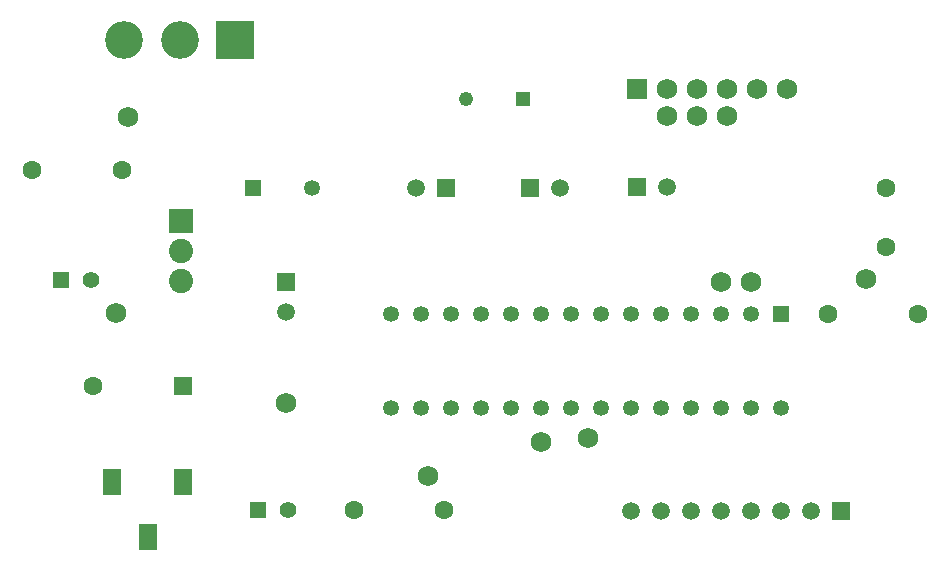
<source format=gts>
%FSLAX33Y33*%
%MOMM*%
%AMRect-W1400000-H1400000-RO1.000*
21,1,1.4,1.4,0.,0.,180*%
%AMRect-W2200000-H1600000-RO0.500*
21,1,2.2,1.6,0.,0.,270*%
%AMRect-W1230000-H1230000-RO1.000*
21,1,1.23,1.23,0.,0.,180*%
%AMRect-W1600000-H1600000-RO1.000*
21,1,1.6,1.6,0.,0.,180*%
%AMRect-W1750000-H1750000-RO1.500*
21,1,1.75,1.75,0.,0.,90*%
%AMRect-W3200000-H3200000-RO3.000*
21,1,3.2,3.2,0.,0.,-180*%
%AMRect-W1500000-H1500000-RO1.000*
21,1,1.5,1.5,0.,0.,180*%
%AMRect-W1500000-H1500000-RO0.500*
21,1,1.5,1.5,0.,0.,270*%
%AMRect-W1350000-H1350000-RO0.500*
21,1,1.35,1.35,0.,0.,270*%
%ADD10C,1.75*%
%ADD11C,1.6*%
%ADD12R,2.05X2.05*%
%ADD13C,2.05*%
%ADD14C,1.4*%
%ADD15Rect-W1400000-H1400000-RO1.000*%
%ADD16C,1.6*%
%ADD17C,1.6*%
%ADD18R,1.5X1.5*%
%ADD19C,1.5*%
%ADD20Rect-W2200000-H1600000-RO0.500*%
%ADD21C,1.23*%
%ADD22Rect-W1230000-H1230000-RO1.000*%
%ADD23Rect-W1600000-H1600000-RO1.000*%
%ADD24C,1.75*%
%ADD25Rect-W1750000-H1750000-RO1.500*%
%ADD26C,3.2*%
%ADD27Rect-W3200000-H3200000-RO3.000*%
%ADD28R,1.35X1.35*%
%ADD29C,1.35*%
%ADD30C,1.5*%
%ADD31Rect-W1500000-H1500000-RO1.000*%
%ADD32C,1.5*%
%ADD33Rect-W1500000-H1500000-RO0.500*%
%ADD34C,1.35*%
%ADD35Rect-W1350000-H1350000-RO0.500*%
D10*
%LNtop solder mask_traces*%
G01*
X58780Y38850D03*
X49600Y11575D03*
X10625Y38750D03*
X56240Y38850D03*
X63370Y24750D03*
X61320Y38850D03*
X60830Y24750D03*
X73100Y25000D03*
X9575Y22150D03*
X24000Y14525D03*
X45590Y11190D03*
X36000Y8325D03*
%LNtop solder mask component 6490513f982804b2*%
D11*
X74800Y27725D03*
X74800Y32725D03*
%LNtop solder mask component f480910f039b092f*%
D12*
X15100Y29965D03*
D13*
X15100Y27425D03*
X15100Y24885D03*
%LNtop solder mask component 11ce9e1fae5125d4*%
D14*
X24170Y5500D03*
D15*
X21630Y5500D03*
%LNtop solder mask component 6e5ab65975b1d4d0*%
D16*
X77460Y22044D03*
X69840Y22044D03*
%LNtop solder mask component bb6f99e9ce0ecad2*%
D17*
X2490Y34225D03*
X10110Y34225D03*
%LNtop solder mask component b08b925ae5f00e7d*%
D18*
X44630Y32775D03*
D19*
X47170Y32775D03*
%LNtop solder mask component 6b69e33c7ffc047c*%
D20*
X15275Y7850D03*
X9275Y7850D03*
X12275Y3150D03*
%LNtop solder mask component 82a621994e19bc83*%
D18*
X53705Y32825D03*
D19*
X56245Y32825D03*
%LNtop solder mask component b3c45411f0ca8f9b*%
D21*
X39210Y40275D03*
D22*
X44090Y40275D03*
%LNtop solder mask component 1ef9996777da8726*%
D14*
X7470Y24925D03*
D15*
X4930Y24925D03*
%LNtop solder mask component 6e01d915a41af154*%
D16*
X7640Y15950D03*
D23*
X15260Y15950D03*
%LNtop solder mask component a2182645b3e5b9fa*%
D24*
X56240Y41125D03*
X58780Y41125D03*
X61320Y41125D03*
X63860Y41125D03*
X66400Y41125D03*
D25*
X53700Y41125D03*
%LNtop solder mask component 5f56090bf9c139ea*%
D26*
X10300Y45275D03*
X15000Y45275D03*
D27*
X19700Y45275D03*
%LNtop solder mask component 3005891da4b15de3*%
D28*
X21225Y32725D03*
D29*
X26225Y32725D03*
%LNtop solder mask component 6d1e886b7d06c581*%
D30*
X34980Y32775D03*
D31*
X37520Y32775D03*
%LNtop solder mask component 602b28210884fb11*%
D32*
X24000Y22205D03*
D33*
X24000Y24745D03*
%LNtop solder mask component 10d1a0f9161be859*%
D17*
X29740Y5500D03*
X37360Y5500D03*
%LNtop solder mask component e2a2722308c8dc1c*%
D32*
X68450Y5425D03*
X65910Y5425D03*
X63370Y5425D03*
X60830Y5425D03*
X58290Y5425D03*
X55750Y5425D03*
X53210Y5425D03*
D33*
X70990Y5425D03*
%LNtop solder mask component f9d983522cfd9704*%
D34*
X63370Y22044D03*
X60830Y22044D03*
X58290Y22044D03*
X55750Y22044D03*
X53210Y22044D03*
X50670Y22044D03*
X48130Y22044D03*
X45590Y22044D03*
X43050Y22044D03*
X40510Y22044D03*
X37970Y22044D03*
X35430Y22044D03*
X32890Y22044D03*
X32890Y14106D03*
X35430Y14106D03*
X37970Y14106D03*
X40510Y14106D03*
X43050Y14106D03*
X45590Y14106D03*
X48130Y14106D03*
X50670Y14106D03*
X53210Y14106D03*
X55750Y14106D03*
X58290Y14106D03*
X60830Y14106D03*
X63370Y14106D03*
X65910Y14106D03*
D35*
X65910Y22044D03*
M02*
</source>
